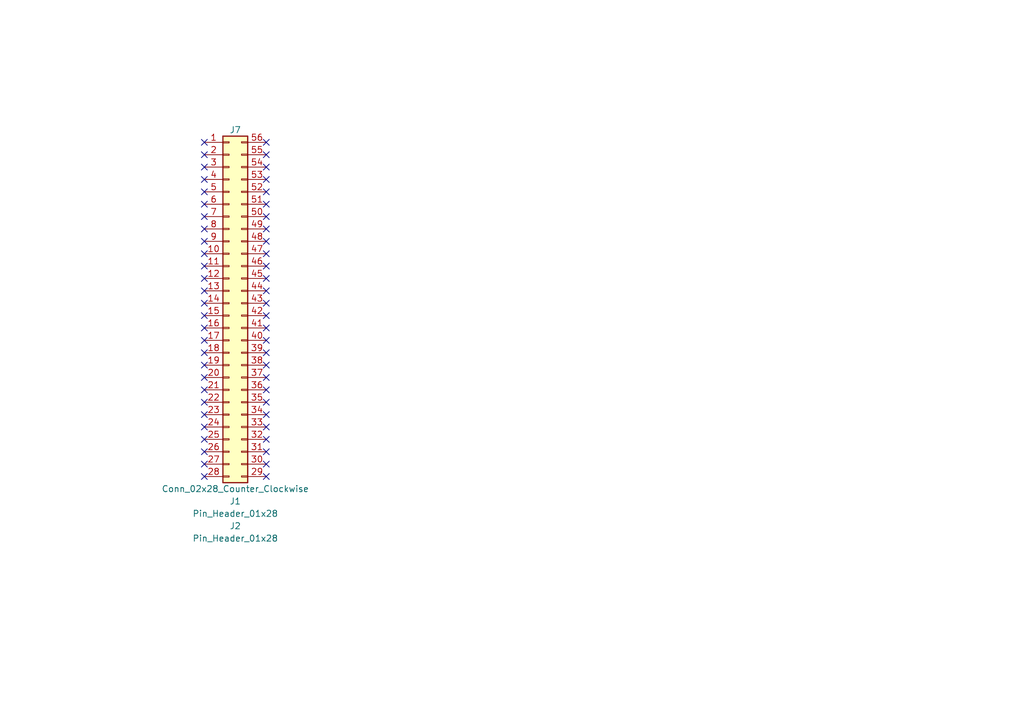
<source format=kicad_sch>
(kicad_sch (version 20250114) (generator "eeschema") (generator_version "9.0")
  (paper "A5")
  (title_block (title "Board 2x28 W22.86") (date "2025-09-29") (rev "V0"))
  (lib_symbols
    (symbol "Connector_Generic:Conn_02x28_Counter_Clockwise" (pin_names (offset 1.016) (hide yes))
      (property "Reference" "J" (at 1.27 35.56 0))
      (property "Value" "Conn_02x28_Counter_Clockwise" (at 1.27 -38.1 0))
      (symbol "Conn_02x28_Counter_Clockwise_1_1"
        (rectangle (start -1.27 34.29) (end 3.81 -36.83) (stroke (width 0.254)) (fill (type background)))
        (rectangle (start -1.27 33.147) (end 0 32.893) (stroke (width 0.1524)))
        (rectangle (start -1.27 30.607) (end 0 30.353) (stroke (width 0.1524)))
        (rectangle (start -1.27 28.067) (end 0 27.813) (stroke (width 0.1524)))
        (rectangle (start -1.27 25.527) (end 0 25.273) (stroke (width 0.1524)))
        (rectangle (start -1.27 22.987) (end 0 22.733) (stroke (width 0.1524)))
        (rectangle (start -1.27 20.447) (end 0 20.193) (stroke (width 0.1524)))
        (rectangle (start -1.27 17.907) (end 0 17.653) (stroke (width 0.1524)))
        (rectangle (start -1.27 15.367) (end 0 15.113) (stroke (width 0.1524)))
        (rectangle (start -1.27 12.827) (end 0 12.573) (stroke (width 0.1524)))
        (rectangle (start -1.27 10.287) (end 0 10.033) (stroke (width 0.1524)))
        (rectangle (start -1.27 7.747) (end 0 7.493) (stroke (width 0.1524)))
        (rectangle (start -1.27 5.207) (end 0 4.953) (stroke (width 0.1524)))
        (rectangle (start -1.27 2.667) (end 0 2.413) (stroke (width 0.1524)))
        (rectangle (start -1.27 0.127) (end 0 -0.127) (stroke (width 0.1524)))
        (rectangle (start -1.27 -2.413) (end 0 -2.667) (stroke (width 0.1524)))
        (rectangle (start -1.27 -4.953) (end 0 -5.207) (stroke (width 0.1524)))
        (rectangle (start -1.27 -7.493) (end 0 -7.747) (stroke (width 0.1524)))
        (rectangle (start -1.27 -10.033) (end 0 -10.287) (stroke (width 0.1524)))
        (rectangle (start -1.27 -12.573) (end 0 -12.827) (stroke (width 0.1524)))
        (rectangle (start -1.27 -15.113) (end 0 -15.367) (stroke (width 0.1524)))
        (rectangle (start -1.27 -17.653) (end 0 -17.907) (stroke (width 0.1524)))
        (rectangle (start -1.27 -20.193) (end 0 -20.447) (stroke (width 0.1524)))
        (rectangle (start -1.27 -22.733) (end 0 -22.987) (stroke (width 0.1524)))
        (rectangle (start -1.27 -25.273) (end 0 -25.527) (stroke (width 0.1524)))
        (rectangle (start -1.27 -27.813) (end 0 -28.067) (stroke (width 0.1524)))
        (rectangle (start -1.27 -30.353) (end 0 -30.607) (stroke (width 0.1524)))
        (rectangle (start -1.27 -32.893) (end 0 -33.147) (stroke (width 0.1524)))
        (rectangle (start -1.27 -35.433) (end 0 -35.687) (stroke (width 0.1524)))
        (rectangle (start 3.81 33.147) (end 2.54 32.893) (stroke (width 0.1524)))
        (rectangle (start 3.81 30.607) (end 2.54 30.353) (stroke (width 0.1524)))
        (rectangle (start 3.81 28.067) (end 2.54 27.813) (stroke (width 0.1524)))
        (rectangle (start 3.81 25.527) (end 2.54 25.273) (stroke (width 0.1524)))
        (rectangle (start 3.81 22.987) (end 2.54 22.733) (stroke (width 0.1524)))
        (rectangle (start 3.81 20.447) (end 2.54 20.193) (stroke (width 0.1524)))
        (rectangle (start 3.81 17.907) (end 2.54 17.653) (stroke (width 0.1524)))
        (rectangle (start 3.81 15.367) (end 2.54 15.113) (stroke (width 0.1524)))
        (rectangle (start 3.81 12.827) (end 2.54 12.573) (stroke (width 0.1524)))
        (rectangle (start 3.81 10.287) (end 2.54 10.033) (stroke (width 0.1524)))
        (rectangle (start 3.81 7.747) (end 2.54 7.493) (stroke (width 0.1524)))
        (rectangle (start 3.81 5.207) (end 2.54 4.953) (stroke (width 0.1524)))
        (rectangle (start 3.81 2.667) (end 2.54 2.413) (stroke (width 0.1524)))
        (rectangle (start 3.81 0.127) (end 2.54 -0.127) (stroke (width 0.1524)))
        (rectangle (start 3.81 -2.413) (end 2.54 -2.667) (stroke (width 0.1524)))
        (rectangle (start 3.81 -4.953) (end 2.54 -5.207) (stroke (width 0.1524)))
        (rectangle (start 3.81 -7.493) (end 2.54 -7.747) (stroke (width 0.1524)))
        (rectangle (start 3.81 -10.033) (end 2.54 -10.287) (stroke (width 0.1524)))
        (rectangle (start 3.81 -12.573) (end 2.54 -12.827) (stroke (width 0.1524)))
        (rectangle (start 3.81 -15.113) (end 2.54 -15.367) (stroke (width 0.1524)))
        (rectangle (start 3.81 -17.653) (end 2.54 -17.907) (stroke (width 0.1524)))
        (rectangle (start 3.81 -20.193) (end 2.54 -20.447) (stroke (width 0.1524)))
        (rectangle (start 3.81 -22.733) (end 2.54 -22.987) (stroke (width 0.1524)))
        (rectangle (start 3.81 -25.273) (end 2.54 -25.527) (stroke (width 0.1524)))
        (rectangle (start 3.81 -27.813) (end 2.54 -28.067) (stroke (width 0.1524)))
        (rectangle (start 3.81 -30.353) (end 2.54 -30.607) (stroke (width 0.1524)))
        (rectangle (start 3.81 -32.893) (end 2.54 -33.147) (stroke (width 0.1524)))
        (rectangle (start 3.81 -35.433) (end 2.54 -35.687) (stroke (width 0.1524)))
        (pin passive line (at -5.08 33.02 0) (length 3.81) (name "Pin_1") (number "1"))
        (pin passive line (at -5.08 30.48 0) (length 3.81) (name "Pin_2") (number "2"))
        (pin passive line (at -5.08 27.94 0) (length 3.81) (name "Pin_3") (number "3"))
        (pin passive line (at -5.08 25.4 0) (length 3.81) (name "Pin_4") (number "4"))
        (pin passive line (at -5.08 22.86 0) (length 3.81) (name "Pin_5") (number "5"))
        (pin passive line (at -5.08 20.32 0) (length 3.81) (name "Pin_6") (number "6"))
        (pin passive line (at -5.08 17.78 0) (length 3.81) (name "Pin_7") (number "7"))
        (pin passive line (at -5.08 15.24 0) (length 3.81) (name "Pin_8") (number "8"))
        (pin passive line (at -5.08 12.7 0) (length 3.81) (name "Pin_9") (number "9"))
        (pin passive line (at -5.08 10.16 0) (length 3.81) (name "Pin_10") (number "10"))
        (pin passive line (at -5.08 7.62 0) (length 3.81) (name "Pin_11") (number "11"))
        (pin passive line (at -5.08 5.08 0) (length 3.81) (name "Pin_12") (number "12"))
        (pin passive line (at -5.08 2.54 0) (length 3.81) (name "Pin_13") (number "13"))
        (pin passive line (at -5.08 0 0) (length 3.81) (name "Pin_14") (number "14"))
        (pin passive line (at -5.08 -2.54 0) (length 3.81) (name "Pin_15") (number "15"))
        (pin passive line (at -5.08 -5.08 0) (length 3.81) (name "Pin_16") (number "16"))
        (pin passive line (at -5.08 -7.62 0) (length 3.81) (name "Pin_17") (number "17"))
        (pin passive line (at -5.08 -10.16 0) (length 3.81) (name "Pin_18") (number "18"))
        (pin passive line (at -5.08 -12.7 0) (length 3.81) (name "Pin_19") (number "19"))
        (pin passive line (at -5.08 -15.24 0) (length 3.81) (name "Pin_20") (number "20"))
        (pin passive line (at -5.08 -17.78 0) (length 3.81) (name "Pin_21") (number "21"))
        (pin passive line (at -5.08 -20.32 0) (length 3.81) (name "Pin_22") (number "22"))
        (pin passive line (at -5.08 -22.86 0) (length 3.81) (name "Pin_23") (number "23"))
        (pin passive line (at -5.08 -25.4 0) (length 3.81) (name "Pin_24") (number "24"))
        (pin passive line (at -5.08 -27.94 0) (length 3.81) (name "Pin_25") (number "25"))
        (pin passive line (at -5.08 -30.48 0) (length 3.81) (name "Pin_26") (number "26"))
        (pin passive line (at -5.08 -33.02 0) (length 3.81) (name "Pin_27") (number "27"))
        (pin passive line (at -5.08 -35.56 0) (length 3.81) (name "Pin_28") (number "28"))
        (pin passive line (at 7.62 33.02 180) (length 3.81) (name "Pin_56") (number "56"))
        (pin passive line (at 7.62 30.48 180) (length 3.81) (name "Pin_55") (number "55"))
        (pin passive line (at 7.62 27.94 180) (length 3.81) (name "Pin_54") (number "54"))
        (pin passive line (at 7.62 25.4 180) (length 3.81) (name "Pin_53") (number "53"))
        (pin passive line (at 7.62 22.86 180) (length 3.81) (name "Pin_52") (number "52"))
        (pin passive line (at 7.62 20.32 180) (length 3.81) (name "Pin_51") (number "51"))
        (pin passive line (at 7.62 17.78 180) (length 3.81) (name "Pin_50") (number "50"))
        (pin passive line (at 7.62 15.24 180) (length 3.81) (name "Pin_49") (number "49"))
        (pin passive line (at 7.62 12.7 180) (length 3.81) (name "Pin_48") (number "48"))
        (pin passive line (at 7.62 10.16 180) (length 3.81) (name "Pin_47") (number "47"))
        (pin passive line (at 7.62 7.62 180) (length 3.81) (name "Pin_46") (number "46"))
        (pin passive line (at 7.62 5.08 180) (length 3.81) (name "Pin_45") (number "45"))
        (pin passive line (at 7.62 2.54 180) (length 3.81) (name "Pin_44") (number "44"))
        (pin passive line (at 7.62 0 180) (length 3.81) (name "Pin_43") (number "43"))
        (pin passive line (at 7.62 -2.54 180) (length 3.81) (name "Pin_42") (number "42"))
        (pin passive line (at 7.62 -5.08 180) (length 3.81) (name "Pin_41") (number "41"))
        (pin passive line (at 7.62 -7.62 180) (length 3.81) (name "Pin_40") (number "40"))
        (pin passive line (at 7.62 -10.16 180) (length 3.81) (name "Pin_39") (number "39"))
        (pin passive line (at 7.62 -12.7 180) (length 3.81) (name "Pin_38") (number "38"))
        (pin passive line (at 7.62 -15.24 180) (length 3.81) (name "Pin_37") (number "37"))
        (pin passive line (at 7.62 -17.78 180) (length 3.81) (name "Pin_36") (number "36"))
        (pin passive line (at 7.62 -20.32 180) (length 3.81) (name "Pin_35") (number "35"))
        (pin passive line (at 7.62 -22.86 180) (length 3.81) (name "Pin_34") (number "34"))
        (pin passive line (at 7.62 -25.4 180) (length 3.81) (name "Pin_33") (number "33"))
        (pin passive line (at 7.62 -27.94 180) (length 3.81) (name "Pin_32") (number "32"))
        (pin passive line (at 7.62 -30.48 180) (length 3.81) (name "Pin_31") (number "31"))
        (pin passive line (at 7.62 -33.02 180) (length 3.81) (name "Pin_30") (number "30"))
        (pin passive line (at 7.62 -35.56 180) (length 3.81) (name "Pin_29") (number "29"))
      )
    )
    (symbol "HCP65:Pin_Header_01x28" (pin_names (offset 1.016) (hide yes))
      (property "Reference" "J" (at 0 1.27 0))
      (property "Value" "Pin_Header_01x28" (at 0 -1.27 0))
    )
  )
  (no_connect (at 41.91 39.37))
  (no_connect (at 41.91 44.45))
  (no_connect (at 41.91 87.63))
  (no_connect (at 41.91 64.77))
  (no_connect (at 54.61 82.55))
  (no_connect (at 54.61 74.93))
  (no_connect (at 54.61 77.47))
  (no_connect (at 41.91 67.31))
  (no_connect (at 54.61 54.61))
  (no_connect (at 41.91 36.83))
  (no_connect (at 54.61 90.17))
  (no_connect (at 54.61 49.53))
  (no_connect (at 41.91 46.99))
  (no_connect (at 54.61 97.79))
  (no_connect (at 41.91 31.75))
  (no_connect (at 54.61 95.25))
  (no_connect (at 41.91 92.71))
  (no_connect (at 54.61 44.45))
  (no_connect (at 54.61 52.07))
  (no_connect (at 54.61 59.69))
  (no_connect (at 54.61 36.83))
  (no_connect (at 41.91 90.17))
  (no_connect (at 41.91 54.61))
  (no_connect (at 41.91 72.39))
  (no_connect (at 41.91 34.29))
  (no_connect (at 54.61 87.63))
  (no_connect (at 41.91 82.55))
  (no_connect (at 54.61 92.71))
  (no_connect (at 54.61 31.75))
  (no_connect (at 41.91 52.07))
  (no_connect (at 54.61 57.15))
  (no_connect (at 41.91 80.01))
  (no_connect (at 41.91 97.79))
  (no_connect (at 54.61 46.99))
  (no_connect (at 41.91 95.25))
  (no_connect (at 54.61 69.85))
  (no_connect (at 41.91 69.85))
  (no_connect (at 41.91 29.21))
  (no_connect (at 54.61 34.29))
  (no_connect (at 41.91 74.93))
  (no_connect (at 54.61 39.37))
  (no_connect (at 41.91 57.15))
  (no_connect (at 54.61 64.77))
  (no_connect (at 54.61 67.31))
  (no_connect (at 54.61 85.09))
  (no_connect (at 41.91 85.09))
  (no_connect (at 54.61 29.21))
  (no_connect (at 41.91 59.69))
  (no_connect (at 54.61 62.23))
  (no_connect (at 41.91 77.47))
  (no_connect (at 41.91 62.23))
  (no_connect (at 54.61 41.91))
  (no_connect (at 41.91 49.53))
  (no_connect (at 54.61 72.39))
  (no_connect (at 41.91 41.91))
  (no_connect (at 54.61 80.01))
  (symbol (lib_id "Connector_Generic:Conn_02x28_Counter_Clockwise") (at 46.99 62.23 0) (unit 1)
    (property "Reference" "J7" (at 48.26 26.67 0))
    (property "Value" "Conn_02x28_Counter_Clockwise" (at 48.26 100.33 0))
    (property "Description" "Generic connector, double row, 02x28, counter clockwise pin numbering scheme (similar to DIP package numbering), script generated (kicad-library-utils/schlib/autogen/connector/)" (effects (hide yes)))
  )
  (symbol (lib_id "HCP65:Pin_Header_01x28") (at 48.26 104.14 0) (mirror y) (unit 1)
    (property "Reference" "J1" (at 48.26 102.87 0))
    (property "Value" "Pin_Header_01x28" (at 48.26 105.41 0))
    (property "Footprint" "SamacSys_Parts:PinHeader_1x28_P2.54mm_Vertical" (effects (hide yes)))
  )
  (symbol (lib_id "HCP65:Pin_Header_01x28") (at 48.26 109.22 0) (unit 1)
    (property "Reference" "J2" (at 48.26 107.95 0))
    (property "Value" "Pin_Header_01x28" (at 48.26 110.49 0))
    (property "Footprint" "SamacSys_Parts:PinHeader_1x28_P2.54mm_Vertical" (effects (hide yes)))
  )
)
</source>
